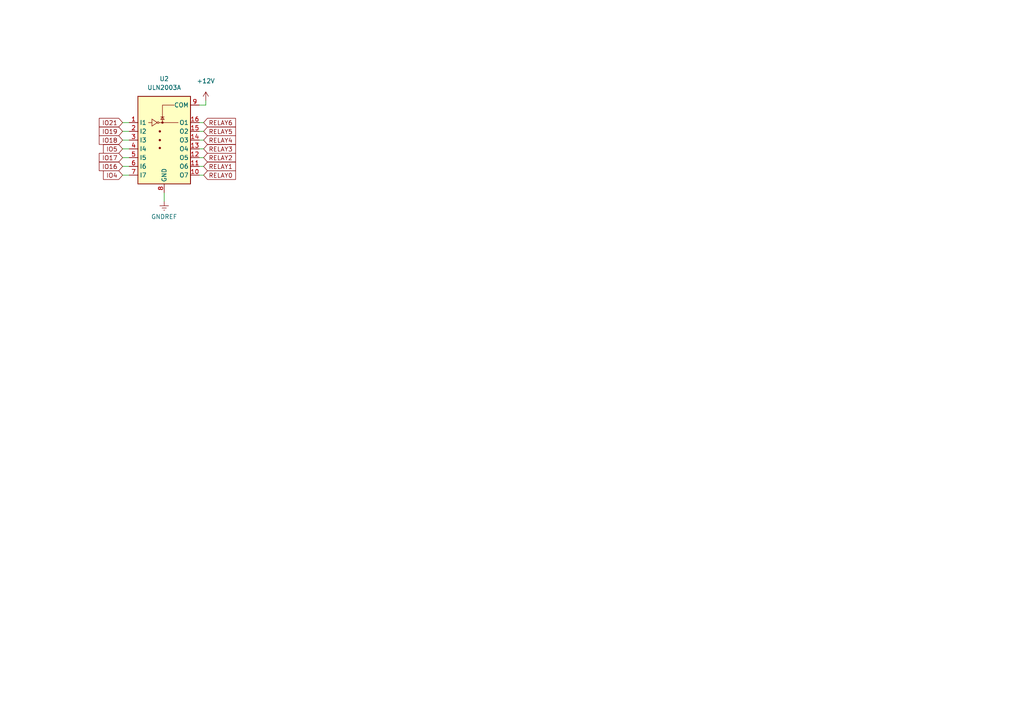
<source format=kicad_sch>
(kicad_sch (version 20230121) (generator eeschema)
  (paper "A4")
  (lib_symbols
    (symbol "Transistor_Array:ULN2003A"
      (property "Reference" "U" (at 0 15.875 0))
      (property "Value" "ULN2003A" (at 0 13.97 0))
      (symbol "ULN2003A_0_1"
        (rectangle (start -7.62 -12.7) (end 7.62 12.7) (stroke (width 0.254)) (fill (type background)))
        (circle (center -1.778 5.08) (radius 0.254))
        (circle (center -1.27 -2.286) (radius 0.254) (fill (type outline)))
        (circle (center -1.27 0) (radius 0.254) (fill (type outline)))
        (circle (center -1.27 2.54) (radius 0.254) (fill (type outline)))
        (circle (center -0.508 5.08) (radius 0.254) (fill (type outline)))
        (polyline (pts (xy -4.572 5.08) (xy -3.556 5.08)))
        (polyline (pts (xy -1.524 5.08) (xy 4.064 5.08)))
        (polyline (pts (xy 0 6.731) (xy -1.016 6.731)))
        (polyline (pts (xy -0.508 5.08) (xy -0.508 10.16) (xy 2.921 10.16)))
        (polyline (pts (xy -3.556 6.096) (xy -3.556 4.064) (xy -2.032 5.08) (xy -3.556 6.096)))
        (polyline (pts (xy 0 5.969) (xy -1.016 5.969) (xy -0.508 6.731) (xy 0 5.969)))
      )
      (symbol "ULN2003A_1_1"
        (pin input line (at -10.16 5.08 0) (length 2.54) (name "I1") (number "1"))
        (pin open_collector line (at 10.16 -10.16 180) (length 2.54) (name "O7") (number "10"))
        (pin open_collector line (at 10.16 -7.62 180) (length 2.54) (name "O6") (number "11"))
        (pin open_collector line (at 10.16 -5.08 180) (length 2.54) (name "O5") (number "12"))
        (pin open_collector line (at 10.16 -2.54 180) (length 2.54) (name "O4") (number "13"))
        (pin open_collector line (at 10.16 0 180) (length 2.54) (name "O3") (number "14"))
        (pin open_collector line (at 10.16 2.54 180) (length 2.54) (name "O2") (number "15"))
        (pin open_collector line (at 10.16 5.08 180) (length 2.54) (name "O1") (number "16"))
        (pin input line (at -10.16 2.54 0) (length 2.54) (name "I2") (number "2"))
        (pin input line (at -10.16 0 0) (length 2.54) (name "I3") (number "3"))
        (pin input line (at -10.16 -2.54 0) (length 2.54) (name "I4") (number "4"))
        (pin input line (at -10.16 -5.08 0) (length 2.54) (name "I5") (number "5"))
        (pin input line (at -10.16 -7.62 0) (length 2.54) (name "I6") (number "6"))
        (pin input line (at -10.16 -10.16 0) (length 2.54) (name "I7") (number "7"))
        (pin power_in line (at 0 -15.24 90) (length 2.54) (name "GND") (number "8"))
        (pin passive line (at 10.16 10.16 180) (length 2.54) (name "COM") (number "9"))
      )
    )
    (symbol "power:+12V" (power) (pin_names (offset 0))
      (property "Value" "+12V" (at 0 3.556 0))
      (symbol "+12V_0_1"
        (polyline (pts (xy -0.762 1.27) (xy 0 2.54)))
        (polyline (pts (xy 0 0) (xy 0 2.54)))
        (polyline (pts (xy 0 2.54) (xy 0.762 1.27)))
      )
      (symbol "+12V_1_1"
        (pin power_in line (at 0 0 90) (length 0) hide (name "+12V") (number "1"))
      )
    )
    (symbol "power:GNDREF" (power) (pin_names (offset 0))
      (property "Value" "GNDREF" (at 0 -3.81 0))
      (symbol "GNDREF_0_1"
        (polyline (pts (xy -0.635 -1.905) (xy 0.635 -1.905)))
        (polyline (pts (xy -0.127 -2.54) (xy 0.127 -2.54)))
        (polyline (pts (xy 0 -1.27) (xy 0 0)))
        (polyline (pts (xy 1.27 -1.27) (xy -1.27 -1.27)))
      )
      (symbol "GNDREF_1_1"
        (pin power_in line (at 0 0 270) (length 0) hide (name "GNDREF") (number "1"))
      )
    )
  )
  (wire (pts (xy 57.785 40.64) (xy 59.055 40.64)))
  (wire (pts (xy 57.785 43.18) (xy 59.055 43.18)))
  (wire (pts (xy 35.56 50.8) (xy 37.465 50.8)))
  (wire (pts (xy 59.69 29.21) (xy 59.69 30.48)))
  (wire (pts (xy 57.785 50.8) (xy 59.055 50.8)))
  (wire (pts (xy 35.56 43.18) (xy 37.465 43.18)))
  (wire (pts (xy 59.69 30.48) (xy 57.785 30.48)))
  (wire (pts (xy 57.785 38.1) (xy 59.055 38.1)))
  (wire (pts (xy 35.56 38.1) (xy 37.465 38.1)))
  (wire (pts (xy 35.56 45.72) (xy 37.465 45.72)))
  (wire (pts (xy 47.625 55.88) (xy 47.625 58.42)))
  (wire (pts (xy 35.56 48.26) (xy 37.465 48.26)))
  (wire (pts (xy 57.785 35.56) (xy 59.055 35.56)))
  (wire (pts (xy 57.785 45.72) (xy 59.055 45.72)))
  (wire (pts (xy 35.56 40.64) (xy 37.465 40.64)))
  (wire (pts (xy 57.785 48.26) (xy 59.055 48.26)))
  (wire (pts (xy 35.56 35.56) (xy 37.465 35.56)))
  (global_label "IO16" (shape input) (at 35.56 48.26 180) (property "Intersheetrefs" "${INTERSHEET_REFS}" (effects hide)))
  (global_label "IO21" (shape input) (at 35.56 35.56 180) (property "Intersheetrefs" "${INTERSHEET_REFS}" (effects hide)))
  (global_label "RELAY5" (shape input) (at 59.055 38.1 0) (property "Intersheetrefs" "${INTERSHEET_REFS}" (effects hide)))
  (global_label "RELAY2" (shape input) (at 59.055 45.72 0) (property "Intersheetrefs" "${INTERSHEET_REFS}" (effects hide)))
  (global_label "IO17" (shape input) (at 35.56 45.72 180) (property "Intersheetrefs" "${INTERSHEET_REFS}" (effects hide)))
  (global_label "RELAY6" (shape input) (at 59.055 35.56 0) (property "Intersheetrefs" "${INTERSHEET_REFS}" (effects hide)))
  (global_label "IO5" (shape input) (at 35.56 43.18 180) (property "Intersheetrefs" "${INTERSHEET_REFS}" (effects hide)))
  (global_label "IO19" (shape input) (at 35.56 38.1 180) (property "Intersheetrefs" "${INTERSHEET_REFS}" (effects hide)))
  (global_label "RELAY3" (shape input) (at 59.055 43.18 0) (property "Intersheetrefs" "${INTERSHEET_REFS}" (effects hide)))
  (global_label "RELAY0" (shape input) (at 59.055 50.8 0) (property "Intersheetrefs" "${INTERSHEET_REFS}" (effects hide)))
  (global_label "RELAY1" (shape input) (at 59.055 48.26 0) (property "Intersheetrefs" "${INTERSHEET_REFS}" (effects hide)))
  (global_label "RELAY4" (shape input) (at 59.055 40.64 0) (property "Intersheetrefs" "${INTERSHEET_REFS}" (effects hide)))
  (global_label "IO4" (shape input) (at 35.56 50.8 180) (property "Intersheetrefs" "${INTERSHEET_REFS}" (effects hide)))
  (global_label "IO18" (shape input) (at 35.56 40.64 180) (property "Intersheetrefs" "${INTERSHEET_REFS}" (effects hide)))
  (symbol (lib_id "power:+12V") (at 59.69 29.21 0) (unit 1)
    (property "Reference" "#PWR011" (effects hide))
    (property "Value" "+12V" (at 59.69 23.495 0))
  )
  (symbol (lib_id "Transistor_Array:ULN2003A") (at 47.625 40.64 0) (unit 1)
    (property "Reference" "U2" (at 47.625 22.86 0))
    (property "Value" "ULN2003A" (at 47.625 25.4 0))
    (property "Footprint" "Package_SO:SOIC-16_3.9x9.9mm_P1.27mm" (effects hide))
    (property "Datasheet" "http://www.ti.com/lit/ds/symlink/uln2003a.pdf" (effects hide))
    (property "LİNK1" "https://ozdisan.com/entegre-devreler-ics/interface-entegreleri/sira-transistor-entegreler/ULN2003AFWG-TOS" (effects hide))
  )
  (symbol (lib_id "power:GNDREF") (at 47.625 58.42 0) (unit 1)
    (property "Reference" "#PWR010" (effects hide))
    (property "Value" "GNDREF" (at 43.815 62.865 0) (effects (justify left)))
  )
)
</source>
